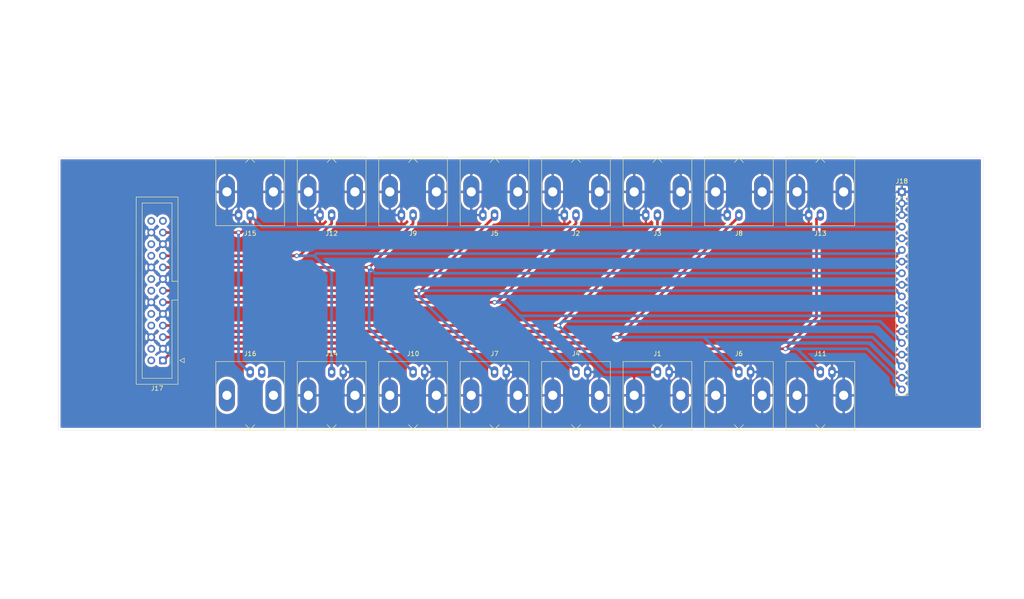
<source format=kicad_pcb>
(kicad_pcb (version 20171130) (host pcbnew "(5.1.6)-1")
  (layers (0 F.Cu signal) (31 B.Cu signal) (34 B.Paste user) (35 F.Paste user) (36 B.SilkS user) (37 F.SilkS user) (38 B.Mask user) (39 F.Mask user) (44 Edge.Cuts user))
  (net 0 "")
  (net 1 GNDS)
  (net 2 /CHANNEL3)
  (net 3 /CHANNEL4)
  (net 4 /CHANNEL5)
  (net 5 /CHANNEL1)
  (net 6 /CHANNEL6)
  (net 7 /CHANNEL0)
  (net 8 /CHANNEL7)
  (net 9 /CHANNEL2)
  (net 10 /SENSE)
  (net 11 "Net-(J16-Pad2)")
  (net 12 "Net-(J17-Pad2)")
  (net 13 "Net-(J17-Pad4)")
  (net 14 "Net-(J17-Pad8)")
  (net 15 "Net-(J17-Pad10)")
  (net 16 "Net-(J17-Pad14)")
  (net 17 "Net-(J17-Pad16)")
  (net 18 "Net-(J17-Pad20)")
  (net 19 "Net-(J17-Pad22)")
  (net 20 "Net-(J17-Pad26)")
  (module Connector_Coaxial:BNC_Amphenol_B6252HB-NPP3G-50_Horizontal (layer F.Cu) (at 146.05 106.68 180)
    (fp_text reference J7 (at 0 4) (layer F.SilkS))
    (fp_text value OSCOPE5)
    (fp_line (start -7.5 -12.7) (end 7.5 -12.7) (layer F.SilkS) (width 0.12))
    (fp_line (start 7.5 -12.7) (end 7.5 2.3) (layer F.SilkS) (width 0.12))
    (fp_line (start 7.5 2.3) (end -7.5 2.3) (layer F.SilkS) (width 0.12))
    (fp_line (start -7.5 2.3) (end -7.5 -12.7) (layer F.SilkS) (width 0.12))
    (fp_line (start 0 -12.5) (end -1 -11.5) (layer F.SilkS) (width 0.12))
    (fp_line (start 0 -12.5) (end 1 -11.5) (layer F.SilkS) (width 0.12))
    (pad 2 thru_hole oval (at -2.54 0 180) (size 1.6 2.5) (drill 0.89) (layers *.Cu *.Mask) (net 1 GNDS))
    (pad 1 thru_hole oval (at 0 0 180) (size 1.6 2.5) (drill 0.89) (layers *.Cu *.Mask) (net 3 /CHANNEL4))
    (pad 2 thru_hole oval (at 5.08 -5.08 180) (size 3.5 7) (drill 2.01) (layers *.Cu *.Mask) (net 1 GNDS))
    (pad 2 thru_hole oval (at -5.08 -5.08 180) (size 3.5 7) (drill 2.01) (layers *.Cu *.Mask) (net 1 GNDS))
  )
  (module Connector_Coaxial:BNC_Amphenol_B6252HB-NPP3G-50_Horizontal (layer F.Cu) (at 181.61 106.68 180)
    (fp_text reference J1 (at 0 4) (layer F.SilkS))
    (fp_text value "OSCOPE 3")
    (fp_line (start -7.5 -12.7) (end 7.5 -12.7) (layer F.SilkS) (width 0.12))
    (fp_line (start 7.5 -12.7) (end 7.5 2.3) (layer F.SilkS) (width 0.12))
    (fp_line (start 7.5 2.3) (end -7.5 2.3) (layer F.SilkS) (width 0.12))
    (fp_line (start -7.5 2.3) (end -7.5 -12.7) (layer F.SilkS) (width 0.12))
    (fp_line (start 0 -12.5) (end -1 -11.5) (layer F.SilkS) (width 0.12))
    (fp_line (start 0 -12.5) (end 1 -11.5) (layer F.SilkS) (width 0.12))
    (pad 2 thru_hole oval (at -2.54 0 180) (size 1.6 2.5) (drill 0.89) (layers *.Cu *.Mask) (net 1 GNDS))
    (pad 1 thru_hole oval (at 0 0 180) (size 1.6 2.5) (drill 0.89) (layers *.Cu *.Mask) (net 9 /CHANNEL2))
    (pad 2 thru_hole oval (at 5.08 -5.08 180) (size 3.5 7) (drill 2.01) (layers *.Cu *.Mask) (net 1 GNDS))
    (pad 2 thru_hole oval (at -5.08 -5.08 180) (size 3.5 7) (drill 2.01) (layers *.Cu *.Mask) (net 1 GNDS))
  )
  (module Connector_Coaxial:BNC_Amphenol_B6252HB-NPP3G-50_Horizontal (layer F.Cu) (at 163.83 72.39)
    (fp_text reference J2 (at 0 4) (layer F.SilkS))
    (fp_text value "DAQ 3")
    (fp_line (start 0 -12.5) (end 1 -11.5) (layer F.SilkS) (width 0.12))
    (fp_line (start 0 -12.5) (end -1 -11.5) (layer F.SilkS) (width 0.12))
    (fp_line (start -7.5 2.3) (end -7.5 -12.7) (layer F.SilkS) (width 0.12))
    (fp_line (start 7.5 2.3) (end -7.5 2.3) (layer F.SilkS) (width 0.12))
    (fp_line (start 7.5 -12.7) (end 7.5 2.3) (layer F.SilkS) (width 0.12))
    (fp_line (start -7.5 -12.7) (end 7.5 -12.7) (layer F.SilkS) (width 0.12))
    (pad 2 thru_hole oval (at -5.08 -5.08) (size 3.5 7) (drill 2.01) (layers *.Cu *.Mask) (net 1 GNDS))
    (pad 2 thru_hole oval (at 5.08 -5.08) (size 3.5 7) (drill 2.01) (layers *.Cu *.Mask) (net 1 GNDS))
    (pad 1 thru_hole oval (at 0 0) (size 1.6 2.5) (drill 0.89) (layers *.Cu *.Mask) (net 2 /CHANNEL3))
    (pad 2 thru_hole oval (at -2.54 0) (size 1.6 2.5) (drill 0.89) (layers *.Cu *.Mask) (net 1 GNDS))
  )
  (module Connector_Coaxial:BNC_Amphenol_B6252HB-NPP3G-50_Horizontal (layer F.Cu) (at 181.61 72.39)
    (fp_text reference J3 (at 0 4) (layer F.SilkS))
    (fp_text value "DAQ 2")
    (fp_line (start 0 -12.5) (end 1 -11.5) (layer F.SilkS) (width 0.12))
    (fp_line (start 0 -12.5) (end -1 -11.5) (layer F.SilkS) (width 0.12))
    (fp_line (start -7.5 2.3) (end -7.5 -12.7) (layer F.SilkS) (width 0.12))
    (fp_line (start 7.5 2.3) (end -7.5 2.3) (layer F.SilkS) (width 0.12))
    (fp_line (start 7.5 -12.7) (end 7.5 2.3) (layer F.SilkS) (width 0.12))
    (fp_line (start -7.5 -12.7) (end 7.5 -12.7) (layer F.SilkS) (width 0.12))
    (pad 2 thru_hole oval (at -5.08 -5.08) (size 3.5 7) (drill 2.01) (layers *.Cu *.Mask) (net 1 GNDS))
    (pad 2 thru_hole oval (at 5.08 -5.08) (size 3.5 7) (drill 2.01) (layers *.Cu *.Mask) (net 1 GNDS))
    (pad 1 thru_hole oval (at 0 0) (size 1.6 2.5) (drill 0.89) (layers *.Cu *.Mask) (net 9 /CHANNEL2))
    (pad 2 thru_hole oval (at -2.54 0) (size 1.6 2.5) (drill 0.89) (layers *.Cu *.Mask) (net 1 GNDS))
  )
  (module Connector_Coaxial:BNC_Amphenol_B6252HB-NPP3G-50_Horizontal (layer F.Cu) (at 163.83 106.68 180)
    (fp_text reference J4 (at 0 4) (layer F.SilkS))
    (fp_text value "OSCOPE 4")
    (fp_line (start -7.5 -12.7) (end 7.5 -12.7) (layer F.SilkS) (width 0.12))
    (fp_line (start 7.5 -12.7) (end 7.5 2.3) (layer F.SilkS) (width 0.12))
    (fp_line (start 7.5 2.3) (end -7.5 2.3) (layer F.SilkS) (width 0.12))
    (fp_line (start -7.5 2.3) (end -7.5 -12.7) (layer F.SilkS) (width 0.12))
    (fp_line (start 0 -12.5) (end -1 -11.5) (layer F.SilkS) (width 0.12))
    (fp_line (start 0 -12.5) (end 1 -11.5) (layer F.SilkS) (width 0.12))
    (pad 2 thru_hole oval (at -2.54 0 180) (size 1.6 2.5) (drill 0.89) (layers *.Cu *.Mask) (net 1 GNDS))
    (pad 1 thru_hole oval (at 0 0 180) (size 1.6 2.5) (drill 0.89) (layers *.Cu *.Mask) (net 2 /CHANNEL3))
    (pad 2 thru_hole oval (at 5.08 -5.08 180) (size 3.5 7) (drill 2.01) (layers *.Cu *.Mask) (net 1 GNDS))
    (pad 2 thru_hole oval (at -5.08 -5.08 180) (size 3.5 7) (drill 2.01) (layers *.Cu *.Mask) (net 1 GNDS))
  )
  (module Connector_Coaxial:BNC_Amphenol_B6252HB-NPP3G-50_Horizontal (layer F.Cu) (at 146.05 72.39)
    (fp_text reference J5 (at 0 4) (layer F.SilkS))
    (fp_text value "DAQ 4")
    (fp_line (start 0 -12.5) (end 1 -11.5) (layer F.SilkS) (width 0.12))
    (fp_line (start 0 -12.5) (end -1 -11.5) (layer F.SilkS) (width 0.12))
    (fp_line (start -7.5 2.3) (end -7.5 -12.7) (layer F.SilkS) (width 0.12))
    (fp_line (start 7.5 2.3) (end -7.5 2.3) (layer F.SilkS) (width 0.12))
    (fp_line (start 7.5 -12.7) (end 7.5 2.3) (layer F.SilkS) (width 0.12))
    (fp_line (start -7.5 -12.7) (end 7.5 -12.7) (layer F.SilkS) (width 0.12))
    (pad 2 thru_hole oval (at -5.08 -5.08) (size 3.5 7) (drill 2.01) (layers *.Cu *.Mask) (net 1 GNDS))
    (pad 2 thru_hole oval (at 5.08 -5.08) (size 3.5 7) (drill 2.01) (layers *.Cu *.Mask) (net 1 GNDS))
    (pad 1 thru_hole oval (at 0 0) (size 1.6 2.5) (drill 0.89) (layers *.Cu *.Mask) (net 3 /CHANNEL4))
    (pad 2 thru_hole oval (at -2.54 0) (size 1.6 2.5) (drill 0.89) (layers *.Cu *.Mask) (net 1 GNDS))
  )
  (module Connector_Coaxial:BNC_Amphenol_B6252HB-NPP3G-50_Horizontal (layer F.Cu) (at 199.39 106.68 180)
    (fp_text reference J6 (at 0 4) (layer F.SilkS))
    (fp_text value "OSCOPE 2")
    (fp_line (start 0 -12.5) (end 1 -11.5) (layer F.SilkS) (width 0.12))
    (fp_line (start 0 -12.5) (end -1 -11.5) (layer F.SilkS) (width 0.12))
    (fp_line (start -7.5 2.3) (end -7.5 -12.7) (layer F.SilkS) (width 0.12))
    (fp_line (start 7.5 2.3) (end -7.5 2.3) (layer F.SilkS) (width 0.12))
    (fp_line (start 7.5 -12.7) (end 7.5 2.3) (layer F.SilkS) (width 0.12))
    (fp_line (start -7.5 -12.7) (end 7.5 -12.7) (layer F.SilkS) (width 0.12))
    (pad 2 thru_hole oval (at -5.08 -5.08 180) (size 3.5 7) (drill 2.01) (layers *.Cu *.Mask) (net 1 GNDS))
    (pad 2 thru_hole oval (at 5.08 -5.08 180) (size 3.5 7) (drill 2.01) (layers *.Cu *.Mask) (net 1 GNDS))
    (pad 1 thru_hole oval (at 0 0 180) (size 1.6 2.5) (drill 0.89) (layers *.Cu *.Mask) (net 5 /CHANNEL1))
    (pad 2 thru_hole oval (at -2.54 0 180) (size 1.6 2.5) (drill 0.89) (layers *.Cu *.Mask) (net 1 GNDS))
  )
  (module Connector_Coaxial:BNC_Amphenol_B6252HB-NPP3G-50_Horizontal (layer F.Cu) (at 199.39 72.39)
    (fp_text reference J8 (at 0 4) (layer F.SilkS))
    (fp_text value "DAQ 1")
    (fp_line (start -7.5 -12.7) (end 7.5 -12.7) (layer F.SilkS) (width 0.12))
    (fp_line (start 7.5 -12.7) (end 7.5 2.3) (layer F.SilkS) (width 0.12))
    (fp_line (start 7.5 2.3) (end -7.5 2.3) (layer F.SilkS) (width 0.12))
    (fp_line (start -7.5 2.3) (end -7.5 -12.7) (layer F.SilkS) (width 0.12))
    (fp_line (start 0 -12.5) (end -1 -11.5) (layer F.SilkS) (width 0.12))
    (fp_line (start 0 -12.5) (end 1 -11.5) (layer F.SilkS) (width 0.12))
    (pad 2 thru_hole oval (at -2.54 0) (size 1.6 2.5) (drill 0.89) (layers *.Cu *.Mask) (net 1 GNDS))
    (pad 1 thru_hole oval (at 0 0) (size 1.6 2.5) (drill 0.89) (layers *.Cu *.Mask) (net 5 /CHANNEL1))
    (pad 2 thru_hole oval (at 5.08 -5.08) (size 3.5 7) (drill 2.01) (layers *.Cu *.Mask) (net 1 GNDS))
    (pad 2 thru_hole oval (at -5.08 -5.08) (size 3.5 7) (drill 2.01) (layers *.Cu *.Mask) (net 1 GNDS))
  )
  (module Connector_Coaxial:BNC_Amphenol_B6252HB-NPP3G-50_Horizontal (layer F.Cu) (at 128.27 72.39)
    (fp_text reference J9 (at 0 4) (layer F.SilkS))
    (fp_text value "DAQ 5")
    (fp_line (start -7.5 -12.7) (end 7.5 -12.7) (layer F.SilkS) (width 0.12))
    (fp_line (start 7.5 -12.7) (end 7.5 2.3) (layer F.SilkS) (width 0.12))
    (fp_line (start 7.5 2.3) (end -7.5 2.3) (layer F.SilkS) (width 0.12))
    (fp_line (start -7.5 2.3) (end -7.5 -12.7) (layer F.SilkS) (width 0.12))
    (fp_line (start 0 -12.5) (end -1 -11.5) (layer F.SilkS) (width 0.12))
    (fp_line (start 0 -12.5) (end 1 -11.5) (layer F.SilkS) (width 0.12))
    (pad 2 thru_hole oval (at -2.54 0) (size 1.6 2.5) (drill 0.89) (layers *.Cu *.Mask) (net 1 GNDS))
    (pad 1 thru_hole oval (at 0 0) (size 1.6 2.5) (drill 0.89) (layers *.Cu *.Mask) (net 4 /CHANNEL5))
    (pad 2 thru_hole oval (at 5.08 -5.08) (size 3.5 7) (drill 2.01) (layers *.Cu *.Mask) (net 1 GNDS))
    (pad 2 thru_hole oval (at -5.08 -5.08) (size 3.5 7) (drill 2.01) (layers *.Cu *.Mask) (net 1 GNDS))
  )
  (module Connector_Coaxial:BNC_Amphenol_B6252HB-NPP3G-50_Horizontal (layer F.Cu) (at 128.27 106.68 180)
    (fp_text reference J10 (at 0 4) (layer F.SilkS))
    (fp_text value "OSCOPE 6")
    (fp_line (start 0 -12.5) (end 1 -11.5) (layer F.SilkS) (width 0.12))
    (fp_line (start 0 -12.5) (end -1 -11.5) (layer F.SilkS) (width 0.12))
    (fp_line (start -7.5 2.3) (end -7.5 -12.7) (layer F.SilkS) (width 0.12))
    (fp_line (start 7.5 2.3) (end -7.5 2.3) (layer F.SilkS) (width 0.12))
    (fp_line (start 7.5 -12.7) (end 7.5 2.3) (layer F.SilkS) (width 0.12))
    (fp_line (start -7.5 -12.7) (end 7.5 -12.7) (layer F.SilkS) (width 0.12))
    (pad 2 thru_hole oval (at -5.08 -5.08 180) (size 3.5 7) (drill 2.01) (layers *.Cu *.Mask) (net 1 GNDS))
    (pad 2 thru_hole oval (at 5.08 -5.08 180) (size 3.5 7) (drill 2.01) (layers *.Cu *.Mask) (net 1 GNDS))
    (pad 1 thru_hole oval (at 0 0 180) (size 1.6 2.5) (drill 0.89) (layers *.Cu *.Mask) (net 4 /CHANNEL5))
    (pad 2 thru_hole oval (at -2.54 0 180) (size 1.6 2.5) (drill 0.89) (layers *.Cu *.Mask) (net 1 GNDS))
  )
  (module Connector_Coaxial:BNC_Amphenol_B6252HB-NPP3G-50_Horizontal (layer F.Cu) (at 217.17 106.68 180)
    (fp_text reference J11 (at 0 4) (layer F.SilkS))
    (fp_text value "OSCOPE 1")
    (fp_line (start -7.5 -12.7) (end 7.5 -12.7) (layer F.SilkS) (width 0.12))
    (fp_line (start 7.5 -12.7) (end 7.5 2.3) (layer F.SilkS) (width 0.12))
    (fp_line (start 7.5 2.3) (end -7.5 2.3) (layer F.SilkS) (width 0.12))
    (fp_line (start -7.5 2.3) (end -7.5 -12.7) (layer F.SilkS) (width 0.12))
    (fp_line (start 0 -12.5) (end -1 -11.5) (layer F.SilkS) (width 0.12))
    (fp_line (start 0 -12.5) (end 1 -11.5) (layer F.SilkS) (width 0.12))
    (pad 2 thru_hole oval (at -2.54 0 180) (size 1.6 2.5) (drill 0.89) (layers *.Cu *.Mask) (net 1 GNDS))
    (pad 1 thru_hole oval (at 0 0 180) (size 1.6 2.5) (drill 0.89) (layers *.Cu *.Mask) (net 7 /CHANNEL0))
    (pad 2 thru_hole oval (at 5.08 -5.08 180) (size 3.5 7) (drill 2.01) (layers *.Cu *.Mask) (net 1 GNDS))
    (pad 2 thru_hole oval (at -5.08 -5.08 180) (size 3.5 7) (drill 2.01) (layers *.Cu *.Mask) (net 1 GNDS))
  )
  (module Connector_Coaxial:BNC_Amphenol_B6252HB-NPP3G-50_Horizontal (layer F.Cu) (at 110.49 72.39)
    (fp_text reference J12 (at 0 4) (layer F.SilkS))
    (fp_text value "DAQ 6")
    (fp_line (start 0 -12.5) (end 1 -11.5) (layer F.SilkS) (width 0.12))
    (fp_line (start 0 -12.5) (end -1 -11.5) (layer F.SilkS) (width 0.12))
    (fp_line (start -7.5 2.3) (end -7.5 -12.7) (layer F.SilkS) (width 0.12))
    (fp_line (start 7.5 2.3) (end -7.5 2.3) (layer F.SilkS) (width 0.12))
    (fp_line (start 7.5 -12.7) (end 7.5 2.3) (layer F.SilkS) (width 0.12))
    (fp_line (start -7.5 -12.7) (end 7.5 -12.7) (layer F.SilkS) (width 0.12))
    (pad 2 thru_hole oval (at -5.08 -5.08) (size 3.5 7) (drill 2.01) (layers *.Cu *.Mask) (net 1 GNDS))
    (pad 2 thru_hole oval (at 5.08 -5.08) (size 3.5 7) (drill 2.01) (layers *.Cu *.Mask) (net 1 GNDS))
    (pad 1 thru_hole oval (at 0 0) (size 1.6 2.5) (drill 0.89) (layers *.Cu *.Mask) (net 6 /CHANNEL6))
    (pad 2 thru_hole oval (at -2.54 0) (size 1.6 2.5) (drill 0.89) (layers *.Cu *.Mask) (net 1 GNDS))
  )
  (module Connector_Coaxial:BNC_Amphenol_B6252HB-NPP3G-50_Horizontal (layer F.Cu) (at 217.17 72.39)
    (fp_text reference J13 (at 0 4) (layer F.SilkS))
    (fp_text value TX_SHUNT)
    (fp_line (start 0 -12.5) (end 1 -11.5) (layer F.SilkS) (width 0.12))
    (fp_line (start 0 -12.5) (end -1 -11.5) (layer F.SilkS) (width 0.12))
    (fp_line (start -7.5 2.3) (end -7.5 -12.7) (layer F.SilkS) (width 0.12))
    (fp_line (start 7.5 2.3) (end -7.5 2.3) (layer F.SilkS) (width 0.12))
    (fp_line (start 7.5 -12.7) (end 7.5 2.3) (layer F.SilkS) (width 0.12))
    (fp_line (start -7.5 -12.7) (end 7.5 -12.7) (layer F.SilkS) (width 0.12))
    (pad 2 thru_hole oval (at -5.08 -5.08) (size 3.5 7) (drill 2.01) (layers *.Cu *.Mask) (net 1 GNDS))
    (pad 2 thru_hole oval (at 5.08 -5.08) (size 3.5 7) (drill 2.01) (layers *.Cu *.Mask) (net 1 GNDS))
    (pad 1 thru_hole oval (at 0 0) (size 1.6 2.5) (drill 0.89) (layers *.Cu *.Mask) (net 7 /CHANNEL0))
    (pad 2 thru_hole oval (at -2.54 0) (size 1.6 2.5) (drill 0.89) (layers *.Cu *.Mask) (net 1 GNDS))
  )
  (module Connector_Coaxial:BNC_Amphenol_B6252HB-NPP3G-50_Horizontal (layer F.Cu) (at 110.49 106.68 180)
    (fp_text reference J14 (at 0 4) (layer F.SilkS))
    (fp_text value "OSCOPE 7")
    (fp_line (start -7.5 -12.7) (end 7.5 -12.7) (layer F.SilkS) (width 0.12))
    (fp_line (start 7.5 -12.7) (end 7.5 2.3) (layer F.SilkS) (width 0.12))
    (fp_line (start 7.5 2.3) (end -7.5 2.3) (layer F.SilkS) (width 0.12))
    (fp_line (start -7.5 2.3) (end -7.5 -12.7) (layer F.SilkS) (width 0.12))
    (fp_line (start 0 -12.5) (end -1 -11.5) (layer F.SilkS) (width 0.12))
    (fp_line (start 0 -12.5) (end 1 -11.5) (layer F.SilkS) (width 0.12))
    (pad 2 thru_hole oval (at -2.54 0 180) (size 1.6 2.5) (drill 0.89) (layers *.Cu *.Mask) (net 1 GNDS))
    (pad 1 thru_hole oval (at 0 0 180) (size 1.6 2.5) (drill 0.89) (layers *.Cu *.Mask) (net 6 /CHANNEL6))
    (pad 2 thru_hole oval (at 5.08 -5.08 180) (size 3.5 7) (drill 2.01) (layers *.Cu *.Mask) (net 1 GNDS))
    (pad 2 thru_hole oval (at -5.08 -5.08 180) (size 3.5 7) (drill 2.01) (layers *.Cu *.Mask) (net 1 GNDS))
  )
  (module Connector_Coaxial:BNC_Amphenol_B6252HB-NPP3G-50_Horizontal (layer F.Cu) (at 92.71 106.68 180)
    (fp_text reference J16 (at 0 4) (layer F.SilkS))
    (fp_text value "OSCOPE 8")
    (fp_line (start -7.5 -12.7) (end 7.5 -12.7) (layer F.SilkS) (width 0.12))
    (fp_line (start 7.5 -12.7) (end 7.5 2.3) (layer F.SilkS) (width 0.12))
    (fp_line (start 7.5 2.3) (end -7.5 2.3) (layer F.SilkS) (width 0.12))
    (fp_line (start -7.5 2.3) (end -7.5 -12.7) (layer F.SilkS) (width 0.12))
    (fp_line (start 0 -12.5) (end -1 -11.5) (layer F.SilkS) (width 0.12))
    (fp_line (start 0 -12.5) (end 1 -11.5) (layer F.SilkS) (width 0.12))
    (pad 2 thru_hole oval (at -2.54 0 180) (size 1.6 2.5) (drill 0.89) (layers *.Cu *.Mask) (net 11 "Net-(J16-Pad2)"))
    (pad 1 thru_hole oval (at 0 0 180) (size 1.6 2.5) (drill 0.89) (layers *.Cu *.Mask) (net 8 /CHANNEL7))
    (pad 2 thru_hole oval (at 5.08 -5.08 180) (size 3.5 7) (drill 2.01) (layers *.Cu *.Mask) (net 11 "Net-(J16-Pad2)"))
    (pad 2 thru_hole oval (at -5.08 -5.08 180) (size 3.5 7) (drill 2.01) (layers *.Cu *.Mask) (net 11 "Net-(J16-Pad2)"))
  )
  (module Connector_PinHeader_2.54mm:PinHeader_1x18_P2.54mm_Vertical (layer F.Cu) (at 234.95 67.31)
    (fp_text reference J18 (at 0 -2.33) (layer F.SilkS))
    (fp_text value "TO DAQ")
    (fp_line (start -1.33 -1.33) (end 0 -1.33) (layer F.SilkS) (width 0.12))
    (fp_line (start -1.33 0) (end -1.33 -1.33) (layer F.SilkS) (width 0.12))
    (fp_line (start -1.33 1.27) (end 1.33 1.27) (layer F.SilkS) (width 0.12))
    (fp_line (start 1.33 1.27) (end 1.33 44.51) (layer F.SilkS) (width 0.12))
    (fp_line (start -1.33 1.27) (end -1.33 44.51) (layer F.SilkS) (width 0.12))
    (fp_line (start -1.33 44.51) (end 1.33 44.51) (layer F.SilkS) (width 0.12))
    (pad 1 thru_hole rect (at 0 0) (size 1.7 1.7) (drill 1) (layers *.Cu *.Mask) (net 1 GNDS))
    (pad 2 thru_hole oval (at 0 2.54) (size 1.7 1.7) (drill 1) (layers *.Cu *.Mask) (net 1 GNDS))
    (pad 3 thru_hole oval (at 0 5.08) (size 1.7 1.7) (drill 1) (layers *.Cu *.Mask) (net 1 GNDS))
    (pad 4 thru_hole oval (at 0 7.62) (size 1.7 1.7) (drill 1) (layers *.Cu *.Mask) (net 8 /CHANNEL7))
    (pad 5 thru_hole oval (at 0 10.16) (size 1.7 1.7) (drill 1) (layers *.Cu *.Mask) (net 1 GNDS))
    (pad 6 thru_hole oval (at 0 12.7) (size 1.7 1.7) (drill 1) (layers *.Cu *.Mask) (net 6 /CHANNEL6))
    (pad 7 thru_hole oval (at 0 15.24) (size 1.7 1.7) (drill 1) (layers *.Cu *.Mask) (net 1 GNDS))
    (pad 8 thru_hole oval (at 0 17.78) (size 1.7 1.7) (drill 1) (layers *.Cu *.Mask) (net 4 /CHANNEL5))
    (pad 9 thru_hole oval (at 0 20.32) (size 1.7 1.7) (drill 1) (layers *.Cu *.Mask) (net 1 GNDS))
    (pad 10 thru_hole oval (at 0 22.86) (size 1.7 1.7) (drill 1) (layers *.Cu *.Mask) (net 3 /CHANNEL4))
    (pad 11 thru_hole oval (at 0 25.4) (size 1.7 1.7) (drill 1) (layers *.Cu *.Mask) (net 1 GNDS))
    (pad 12 thru_hole oval (at 0 27.94) (size 1.7 1.7) (drill 1) (layers *.Cu *.Mask) (net 2 /CHANNEL3))
    (pad 13 thru_hole oval (at 0 30.48) (size 1.7 1.7) (drill 1) (layers *.Cu *.Mask) (net 1 GNDS))
    (pad 14 thru_hole oval (at 0 33.02) (size 1.7 1.7) (drill 1) (layers *.Cu *.Mask) (net 9 /CHANNEL2))
    (pad 15 thru_hole oval (at 0 35.56) (size 1.7 1.7) (drill 1) (layers *.Cu *.Mask) (net 1 GNDS))
    (pad 16 thru_hole oval (at 0 38.1) (size 1.7 1.7) (drill 1) (layers *.Cu *.Mask) (net 5 /CHANNEL1))
    (pad 17 thru_hole oval (at 0 40.64) (size 1.7 1.7) (drill 1) (layers *.Cu *.Mask) (net 1 GNDS))
    (pad 18 thru_hole oval (at 0 43.18) (size 1.7 1.7) (drill 1) (layers *.Cu *.Mask) (net 7 /CHANNEL0))
  )
  (module Connector_Coaxial:BNC_Amphenol_B6252HB-NPP3G-50_Horizontal (layer F.Cu) (at 92.71 72.39)
    (fp_text reference J15 (at 0 4) (layer F.SilkS))
    (fp_text value "DAQ 7")
    (fp_line (start 0 -12.5) (end 1 -11.5) (layer F.SilkS) (width 0.12))
    (fp_line (start 0 -12.5) (end -1 -11.5) (layer F.SilkS) (width 0.12))
    (fp_line (start -7.5 2.3) (end -7.5 -12.7) (layer F.SilkS) (width 0.12))
    (fp_line (start 7.5 2.3) (end -7.5 2.3) (layer F.SilkS) (width 0.12))
    (fp_line (start 7.5 -12.7) (end 7.5 2.3) (layer F.SilkS) (width 0.12))
    (fp_line (start -7.5 -12.7) (end 7.5 -12.7) (layer F.SilkS) (width 0.12))
    (pad 2 thru_hole oval (at -5.08 -5.08) (size 3.5 7) (drill 2.01) (layers *.Cu *.Mask) (net 1 GNDS))
    (pad 2 thru_hole oval (at 5.08 -5.08) (size 3.5 7) (drill 2.01) (layers *.Cu *.Mask) (net 1 GNDS))
    (pad 1 thru_hole oval (at 0 0) (size 1.6 2.5) (drill 0.89) (layers *.Cu *.Mask) (net 8 /CHANNEL7))
    (pad 2 thru_hole oval (at -2.54 0) (size 1.6 2.5) (drill 0.89) (layers *.Cu *.Mask) (net 1 GNDS))
  )
  (module Connector_IDC:IDC-Header_2x13_P2.54mm_Vertical (layer F.Cu) (at 73.66 104.14 180)
    (fp_text reference J17 (at 1.27 -6.1) (layer F.SilkS))
    (fp_text value "5B P1")
    (fp_line (start -4.68 0.5) (end -3.68 0) (layer F.SilkS) (width 0.12))
    (fp_line (start -4.68 -0.5) (end -4.68 0.5) (layer F.SilkS) (width 0.12))
    (fp_line (start -3.68 0) (end -4.68 -0.5) (layer F.SilkS) (width 0.12))
    (fp_line (start -1.98 17.29) (end -3.29 17.29) (layer F.SilkS) (width 0.12))
    (fp_line (start -1.98 17.29) (end -1.98 17.29) (layer F.SilkS) (width 0.12))
    (fp_line (start -1.98 34.39) (end -1.98 17.29) (layer F.SilkS) (width 0.12))
    (fp_line (start 4.52 34.39) (end -1.98 34.39) (layer F.SilkS) (width 0.12))
    (fp_line (start 4.52 -3.91) (end 4.52 34.39) (layer F.SilkS) (width 0.12))
    (fp_line (start -1.98 -3.91) (end 4.52 -3.91) (layer F.SilkS) (width 0.12))
    (fp_line (start -1.98 13.19) (end -1.98 -3.91) (layer F.SilkS) (width 0.12))
    (fp_line (start -3.29 13.19) (end -1.98 13.19) (layer F.SilkS) (width 0.12))
    (fp_line (start -3.29 35.69) (end -3.29 -5.21) (layer F.SilkS) (width 0.12))
    (fp_line (start 5.83 35.69) (end -3.29 35.69) (layer F.SilkS) (width 0.12))
    (fp_line (start 5.83 -5.21) (end 5.83 35.69) (layer F.SilkS) (width 0.12))
    (fp_line (start -3.29 -5.21) (end 5.83 -5.21) (layer F.SilkS) (width 0.12))
    (pad 1 thru_hole roundrect (at 0 0 180) (size 1.7 1.7) (drill 1) (layers *.Cu *.Mask) (roundrect_rratio 0.147059) (net 7 /CHANNEL0))
    (pad 3 thru_hole circle (at 0 2.54 180) (size 1.7 1.7) (drill 1) (layers *.Cu *.Mask) (net 1 GNDS))
    (pad 5 thru_hole circle (at 0 5.08 180) (size 1.7 1.7) (drill 1) (layers *.Cu *.Mask) (net 5 /CHANNEL1))
    (pad 7 thru_hole circle (at 0 7.62 180) (size 1.7 1.7) (drill 1) (layers *.Cu *.Mask) (net 9 /CHANNEL2))
    (pad 9 thru_hole circle (at 0 10.16 180) (size 1.7 1.7) (drill 1) (layers *.Cu *.Mask) (net 1 GNDS))
    (pad 11 thru_hole circle (at 0 12.7 180) (size 1.7 1.7) (drill 1) (layers *.Cu *.Mask) (net 2 /CHANNEL3))
    (pad 13 thru_hole circle (at 0 15.24 180) (size 1.7 1.7) (drill 1) (layers *.Cu *.Mask) (net 3 /CHANNEL4))
    (pad 15 thru_hole circle (at 0 17.78 180) (size 1.7 1.7) (drill 1) (layers *.Cu *.Mask) (net 1 GNDS))
    (pad 17 thru_hole circle (at 0 20.32 180) (size 1.7 1.7) (drill 1) (layers *.Cu *.Mask) (net 4 /CHANNEL5))
    (pad 19 thru_hole circle (at 0 22.86 180) (size 1.7 1.7) (drill 1) (layers *.Cu *.Mask) (net 6 /CHANNEL6))
    (pad 21 thru_hole circle (at 0 25.4 180) (size 1.7 1.7) (drill 1) (layers *.Cu *.Mask) (net 1 GNDS))
    (pad 23 thru_hole circle (at 0 27.94 180) (size 1.7 1.7) (drill 1) (layers *.Cu *.Mask) (net 8 /CHANNEL7))
    (pad 25 thru_hole circle (at 0 30.48 180) (size 1.7 1.7) (drill 1) (layers *.Cu *.Mask) (net 10 /SENSE))
    (pad 2 thru_hole circle (at 2.54 0 180) (size 1.7 1.7) (drill 1) (layers *.Cu *.Mask) (net 12 "Net-(J17-Pad2)"))
    (pad 4 thru_hole circle (at 2.54 2.54 180) (size 1.7 1.7) (drill 1) (layers *.Cu *.Mask) (net 13 "Net-(J17-Pad4)"))
    (pad 6 thru_hole circle (at 2.54 5.08 180) (size 1.7 1.7) (drill 1) (layers *.Cu *.Mask) (net 1 GNDS))
    (pad 8 thru_hole circle (at 2.54 7.62 180) (size 1.7 1.7) (drill 1) (layers *.Cu *.Mask) (net 14 "Net-(J17-Pad8)"))
    (pad 10 thru_hole circle (at 2.54 10.16 180) (size 1.7 1.7) (drill 1) (layers *.Cu *.Mask) (net 15 "Net-(J17-Pad10)"))
    (pad 12 thru_hole circle (at 2.54 12.7 180) (size 1.7 1.7) (drill 1) (layers *.Cu *.Mask) (net 1 GNDS))
    (pad 14 thru_hole circle (at 2.54 15.24 180) (size 1.7 1.7) (drill 1) (layers *.Cu *.Mask) (net 16 "Net-(J17-Pad14)"))
    (pad 16 thru_hole circle (at 2.54 17.78 180) (size 1.7 1.7) (drill 1) (layers *.Cu *.Mask) (net 17 "Net-(J17-Pad16)"))
    (pad 18 thru_hole circle (at 2.54 20.32 180) (size 1.7 1.7) (drill 1) (layers *.Cu *.Mask) (net 1 GNDS))
    (pad 20 thru_hole circle (at 2.54 22.86 180) (size 1.7 1.7) (drill 1) (layers *.Cu *.Mask) (net 18 "Net-(J17-Pad20)"))
    (pad 22 thru_hole circle (at 2.54 25.4 180) (size 1.7 1.7) (drill 1) (layers *.Cu *.Mask) (net 19 "Net-(J17-Pad22)"))
    (pad 24 thru_hole circle (at 2.54 27.94 180) (size 1.7 1.7) (drill 1) (layers *.Cu *.Mask) (net 1 GNDS))
    (pad 26 thru_hole circle (at 2.54 30.48 180) (size 1.7 1.7) (drill 1) (layers *.Cu *.Mask) (net 20 "Net-(J17-Pad26)"))
  )
  (gr_line (start 50.8 59.69) (end 92.71 59.69) (layer Edge.Cuts) (width 0.05))
  (gr_line (start 50.8 119.38) (end 50.8 59.69) (layer Edge.Cuts) (width 0.05))
  (gr_line (start 252.73 119.38) (end 50.8 119.38) (layer Edge.Cuts) (width 0.05))
  (gr_line (start 252.73 59.69) (end 252.73 119.38) (layer Edge.Cuts) (width 0.05))
  (gr_line (start 92.71 59.69) (end 252.73 59.69) (layer Edge.Cuts) (width 0.05))
  (segment (start 163.83 74.24) (end 146.63 91.44) (width 0.6) (layer F.Cu) (net 2))
  (segment (start 146.63 91.44) (end 146.05 91.44) (width 0.6) (layer F.Cu) (net 2))
  (segment (start 163.83 72.39) (end 163.83 74.24) (width 0.6) (layer F.Cu) (net 2))
  (segment (start 146.05 91.44) (end 73.66 91.44) (width 0.6) (layer F.Cu) (net 2))
  (via (at 146.05 91.44) (size 1) (drill 0.6) (layers F.Cu B.Cu) (net 2))
  (segment (start 148.59 91.44) (end 163.83 106.68) (width 0.6) (layer B.Cu) (net 2))
  (segment (start 146.05 91.44) (end 148.59 91.44) (width 0.6) (layer B.Cu) (net 2))
  (segment (start 234.100001 94.400001) (end 152.820001 94.400001) (width 0.6) (layer B.Cu) (net 2))
  (segment (start 234.95 95.25) (end 234.100001 94.400001) (width 0.6) (layer B.Cu) (net 2))
  (segment (start 152.820001 94.400001) (end 151.550001 94.400001) (width 0.6) (layer B.Cu) (net 2))
  (segment (start 151.550001 94.400001) (end 151.13 93.98) (width 0.6) (layer B.Cu) (net 2))
  (segment (start 146.05 72.704177) (end 146.05 72.39) (width 0.6) (layer F.Cu) (net 3))
  (segment (start 129.854177 88.9) (end 146.05 72.704177) (width 0.6) (layer F.Cu) (net 3))
  (via (at 129.54 88.9) (size 1) (drill 0.6) (layers F.Cu B.Cu) (net 3))
  (segment (start 129.54 88.9) (end 129.854177 88.9) (width 0.6) (layer F.Cu) (net 3))
  (segment (start 73.66 88.9) (end 129.54 88.9) (width 0.6) (layer F.Cu) (net 3))
  (segment (start 129.54 90.17) (end 146.05 106.68) (width 0.6) (layer B.Cu) (net 3))
  (segment (start 129.54 88.9) (end 129.54 90.17) (width 0.6) (layer B.Cu) (net 3))
  (segment (start 129.54 88.9) (end 233.68 88.9) (width 0.6) (layer B.Cu) (net 3))
  (segment (start 233.68 88.9) (end 234.95 90.17) (width 0.6) (layer B.Cu) (net 3))
  (segment (start 128.27 74.24) (end 128.27 72.39) (width 0.6) (layer F.Cu) (net 4))
  (segment (start 118.69 83.82) (end 128.27 74.24) (width 0.6) (layer F.Cu) (net 4))
  (via (at 118.69 83.82) (size 1) (drill 0.6) (layers F.Cu B.Cu) (net 4))
  (segment (start 116.84 83.82) (end 118.69 83.82) (width 0.6) (layer F.Cu) (net 4))
  (segment (start 73.66 83.82) (end 116.84 83.82) (width 0.6) (layer F.Cu) (net 4))
  (segment (start 118.69 97.1) (end 128.27 106.68) (width 0.6) (layer B.Cu) (net 4))
  (segment (start 118.69 83.82) (end 118.69 97.1) (width 0.6) (layer B.Cu) (net 4))
  (segment (start 119.96 85.09) (end 234.95 85.09) (width 0.6) (layer B.Cu) (net 4))
  (segment (start 118.69 83.82) (end 119.96 85.09) (width 0.6) (layer B.Cu) (net 4))
  (segment (start 199.39 72.704177) (end 199.39 72.39) (width 0.6) (layer F.Cu) (net 5))
  (segment (start 173.034177 99.06) (end 199.39 72.704177) (width 0.6) (layer F.Cu) (net 5))
  (via (at 172.72 99.06) (size 1) (drill 0.6) (layers F.Cu B.Cu) (net 5))
  (segment (start 172.72 99.06) (end 173.034177 99.06) (width 0.6) (layer F.Cu) (net 5))
  (segment (start 73.66 99.06) (end 172.72 99.06) (width 0.6) (layer F.Cu) (net 5))
  (segment (start 191.77 99.06) (end 199.39 106.68) (width 0.6) (layer B.Cu) (net 5))
  (segment (start 172.72 99.06) (end 191.77 99.06) (width 0.6) (layer B.Cu) (net 5))
  (segment (start 234.899998 105.41) (end 234.95 105.41) (width 0.6) (layer B.Cu) (net 5))
  (segment (start 228.549998 99.06) (end 234.899998 105.41) (width 0.6) (layer B.Cu) (net 5))
  (segment (start 191.77 99.06) (end 228.549998 99.06) (width 0.6) (layer B.Cu) (net 5))
  (segment (start 110.49 74.24) (end 110.49 72.39) (width 0.6) (layer F.Cu) (net 6))
  (segment (start 103.45 81.28) (end 110.49 74.24) (width 0.6) (layer F.Cu) (net 6))
  (via (at 102.87 81.28) (size 1) (drill 0.6) (layers F.Cu B.Cu) (net 6))
  (segment (start 99.06 81.28) (end 102.87 81.28) (width 0.6) (layer F.Cu) (net 6))
  (segment (start 99.06 81.28) (end 103.45 81.28) (width 0.6) (layer F.Cu) (net 6))
  (segment (start 73.66 81.28) (end 99.06 81.28) (width 0.6) (layer F.Cu) (net 6))
  (segment (start 102.87 81.28) (end 106.68 81.28) (width 0.6) (layer B.Cu) (net 6))
  (segment (start 110.49 85.09) (end 110.49 106.68) (width 0.6) (layer B.Cu) (net 6))
  (segment (start 106.68 81.28) (end 110.49 85.09) (width 0.6) (layer B.Cu) (net 6))
  (segment (start 234.160001 80.799999) (end 234.95 80.01) (width 0.6) (layer B.Cu) (net 6))
  (segment (start 107.160001 80.799999) (end 234.160001 80.799999) (width 0.6) (layer B.Cu) (net 6))
  (segment (start 106.68 81.28) (end 107.160001 80.799999) (width 0.6) (layer B.Cu) (net 6))
  (segment (start 216.33001 73.22999) (end 216.33001 94.81999) (width 0.6) (layer F.Cu) (net 7))
  (segment (start 217.17 72.39) (end 216.33001 73.22999) (width 0.6) (layer F.Cu) (net 7))
  (segment (start 216.33001 94.81999) (end 209.55 101.6) (width 0.6) (layer F.Cu) (net 7))
  (segment (start 73.710002 104.14) (end 73.66 104.14) (width 0.6) (layer F.Cu) (net 7))
  (segment (start 76.250002 101.6) (end 73.710002 104.14) (width 0.6) (layer F.Cu) (net 7))
  (segment (start 207.01 101.6) (end 76.250002 101.6) (width 0.6) (layer F.Cu) (net 7))
  (via (at 209.55 101.6) (size 1) (drill 0.6) (layers F.Cu B.Cu) (net 7))
  (segment (start 209.55 101.6) (end 207.01 101.6) (width 0.6) (layer F.Cu) (net 7))
  (segment (start 212.09 101.6) (end 217.17 106.68) (width 0.6) (layer B.Cu) (net 7))
  (segment (start 209.55 101.6) (end 212.09 101.6) (width 0.6) (layer B.Cu) (net 7))
  (segment (start 233.199999 107.469999) (end 233.199999 108.739999) (width 0.6) (layer B.Cu) (net 7))
  (segment (start 233.199999 108.739999) (end 234.95 110.49) (width 0.6) (layer B.Cu) (net 7))
  (segment (start 227.33 101.6) (end 233.199999 107.469999) (width 0.6) (layer B.Cu) (net 7))
  (segment (start 212.09 101.6) (end 227.33 101.6) (width 0.6) (layer B.Cu) (net 7))
  (segment (start 95.25 74.93) (end 234.95 74.93) (width 0.6) (layer B.Cu) (net 8))
  (segment (start 92.71 72.39) (end 95.25 74.93) (width 0.6) (layer B.Cu) (net 8))
  (segment (start 90.75 76.2) (end 92.71 74.24) (width 0.6) (layer F.Cu) (net 8))
  (segment (start 92.71 74.24) (end 92.71 72.39) (width 0.6) (layer F.Cu) (net 8))
  (via (at 90.17 76.2) (size 1) (drill 0.6) (layers F.Cu B.Cu) (net 8))
  (segment (start 90.17 76.2) (end 90.75 76.2) (width 0.6) (layer F.Cu) (net 8))
  (segment (start 73.66 76.2) (end 90.17 76.2) (width 0.6) (layer F.Cu) (net 8))
  (segment (start 92.395823 106.68) (end 92.71 106.68) (width 0.6) (layer B.Cu) (net 8))
  (segment (start 90.17 104.454177) (end 92.395823 106.68) (width 0.6) (layer B.Cu) (net 8))
  (segment (start 90.17 76.2) (end 90.17 104.454177) (width 0.6) (layer B.Cu) (net 8))
  (segment (start 160.02 96.52) (end 73.66 96.52) (width 0.6) (layer F.Cu) (net 9))
  (segment (start 181.61 74.93) (end 160.02 96.52) (width 0.6) (layer F.Cu) (net 9))
  (segment (start 181.61 72.39) (end 181.61 74.93) (width 0.6) (layer F.Cu) (net 9))
  (via (at 160.02 96.52) (size 1) (drill 0.6) (layers F.Cu B.Cu) (net 9))
  (segment (start 170.18 106.68) (end 181.61 106.68) (width 0.6) (layer B.Cu) (net 9))
  (segment (start 160.02 96.52) (end 170.18 106.68) (width 0.6) (layer B.Cu) (net 9))
  (segment (start 160.939989 95.600011) (end 160.02 96.52) (width 0.6) (layer B.Cu) (net 9))
  (segment (start 230.220011 95.600011) (end 160.939989 95.600011) (width 0.6) (layer B.Cu) (net 9))
  (segment (start 234.95 100.33) (end 230.220011 95.600011) (width 0.6) (layer B.Cu) (net 9))
  (zone (net 1) (net_name GNDS) (layer F.Cu) (connect_pads (clearance 0.508)) (min_thickness 0.254) (fill yes (arc_segments 32) (thermal_gap 0.508) (thermal_bridge_width 0.508))
    (polygon (pts (xy 261.62 26.67) (xy 259.08 156.21) (xy 39.37 156.21) (xy 38.1 25.4)))
  )
  (zone (net 1) (net_name GNDS) (layer B.Cu) (connect_pads (clearance 0.508)) (min_thickness 0.254) (fill yes (arc_segments 32) (thermal_gap 0.508) (thermal_bridge_width 0.508))
    (polygon (pts (xy 255.27 124.46) (xy 48.26 124.46) (xy 49.53 58.42) (xy 252.73 58.42)))
  )
)
</source>
